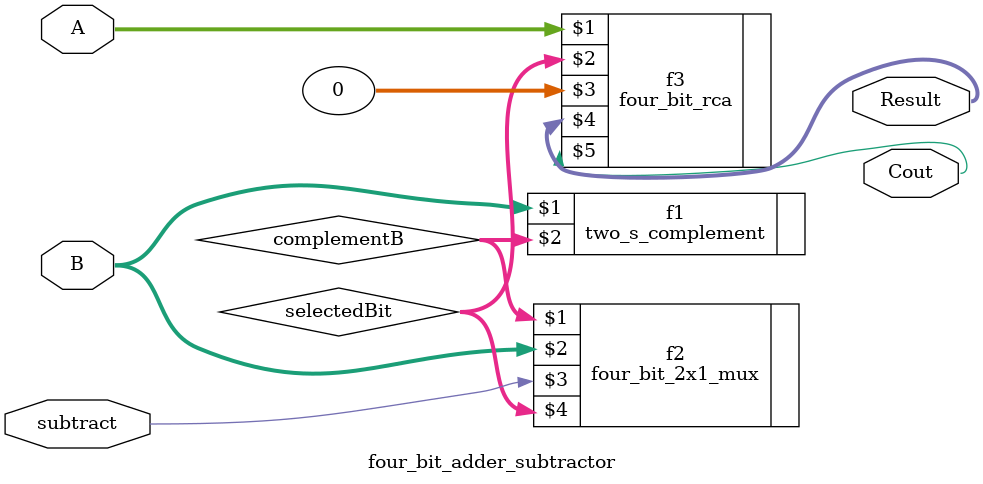
<source format=v>
module four_bit_adder_subtractor(A, B, subtract, Result, Cout);
    input [3:0] A;
    input [3:0] B;
    input subtract;
    output [3:0] Result;
    output Cout;

    wire [3:0] complementB,selectedBit;
    two_s_complement f1(B,complementB);
    four_bit_2x1_mux f2(complementB, B, subtract, selectedBit);
    four_bit_rca f3(A,selectedBit,0,Result,Cout);
endmodule


</source>
